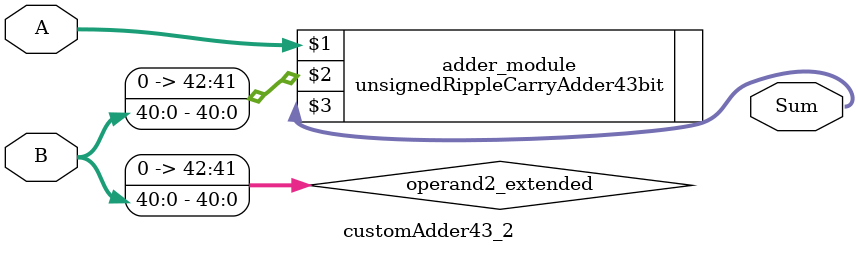
<source format=v>
module customAdder43_2(
                        input [42 : 0] A,
                        input [40 : 0] B,
                        
                        output [43 : 0] Sum
                );

        wire [42 : 0] operand2_extended;
        
        assign operand2_extended =  {2'b0, B};
        
        unsignedRippleCarryAdder43bit adder_module(
            A,
            operand2_extended,
            Sum
        );
        
        endmodule
        
</source>
